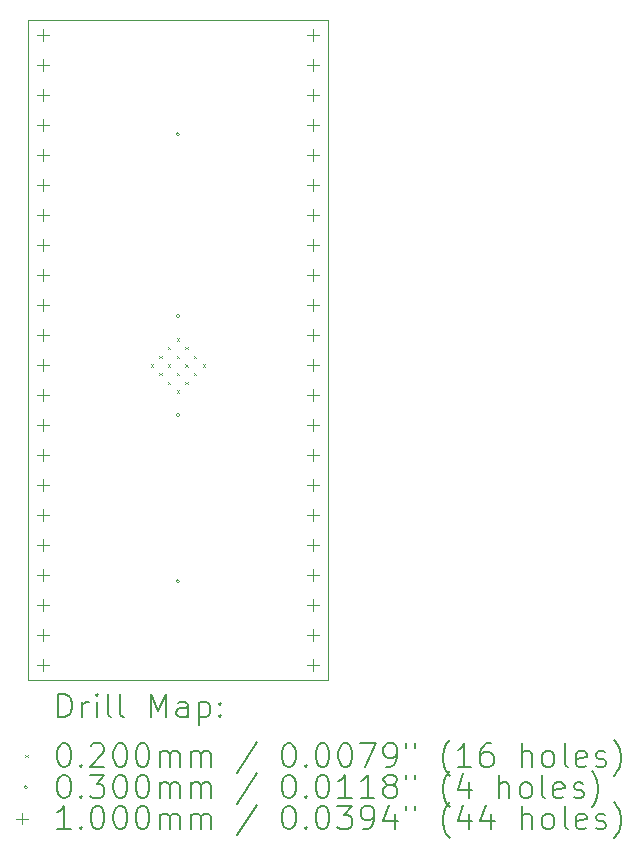
<source format=gbr>
%TF.GenerationSoftware,KiCad,Pcbnew,9.0.6*%
%TF.CreationDate,2026-01-08T21:28:13-06:00*%
%TF.ProjectId,QFN-40_5x5_P0.4,51464e2d-3430-45f3-9578-355f50302e34,rev?*%
%TF.SameCoordinates,Original*%
%TF.FileFunction,Drillmap*%
%TF.FilePolarity,Positive*%
%FSLAX45Y45*%
G04 Gerber Fmt 4.5, Leading zero omitted, Abs format (unit mm)*
G04 Created by KiCad (PCBNEW 9.0.6) date 2026-01-08 21:28:13*
%MOMM*%
%LPD*%
G01*
G04 APERTURE LIST*
%ADD10C,0.050000*%
%ADD11C,0.200000*%
%ADD12C,0.100000*%
G04 APERTURE END LIST*
D10*
X12344400Y-8154443D02*
X14884400Y-8154443D01*
X14884400Y-13742443D01*
X12344400Y-13742443D01*
X12344400Y-8154443D01*
D11*
D12*
X13385197Y-11067701D02*
X13405197Y-11087701D01*
X13405197Y-11067701D02*
X13385197Y-11087701D01*
X13458265Y-10994633D02*
X13478265Y-11014633D01*
X13478265Y-10994633D02*
X13458265Y-11014633D01*
X13458265Y-11140768D02*
X13478265Y-11160768D01*
X13478265Y-11140768D02*
X13458265Y-11160768D01*
X13531332Y-10921565D02*
X13551332Y-10941565D01*
X13551332Y-10921565D02*
X13531332Y-10941565D01*
X13531332Y-11067701D02*
X13551332Y-11087701D01*
X13551332Y-11067701D02*
X13531332Y-11087701D01*
X13531332Y-11213836D02*
X13551332Y-11233836D01*
X13551332Y-11213836D02*
X13531332Y-11233836D01*
X13604400Y-10848497D02*
X13624400Y-10868497D01*
X13624400Y-10848497D02*
X13604400Y-10868497D01*
X13604400Y-10994633D02*
X13624400Y-11014633D01*
X13624400Y-10994633D02*
X13604400Y-11014633D01*
X13604400Y-11140768D02*
X13624400Y-11160768D01*
X13624400Y-11140768D02*
X13604400Y-11160768D01*
X13604400Y-11286904D02*
X13624400Y-11306904D01*
X13624400Y-11286904D02*
X13604400Y-11306904D01*
X13677468Y-10921565D02*
X13697468Y-10941565D01*
X13697468Y-10921565D02*
X13677468Y-10941565D01*
X13677468Y-11067701D02*
X13697468Y-11087701D01*
X13697468Y-11067701D02*
X13677468Y-11087701D01*
X13677468Y-11213836D02*
X13697468Y-11233836D01*
X13697468Y-11213836D02*
X13677468Y-11233836D01*
X13750535Y-10994633D02*
X13770535Y-11014633D01*
X13770535Y-10994633D02*
X13750535Y-11014633D01*
X13750535Y-11140768D02*
X13770535Y-11160768D01*
X13770535Y-11140768D02*
X13750535Y-11160768D01*
X13823603Y-11067701D02*
X13843603Y-11087701D01*
X13843603Y-11067701D02*
X13823603Y-11087701D01*
X13629400Y-9118600D02*
G75*
G02*
X13599400Y-9118600I-15000J0D01*
G01*
X13599400Y-9118600D02*
G75*
G02*
X13629400Y-9118600I15000J0D01*
G01*
X13629400Y-10658601D02*
G75*
G02*
X13599400Y-10658601I-15000J0D01*
G01*
X13599400Y-10658601D02*
G75*
G02*
X13629400Y-10658601I15000J0D01*
G01*
X13629400Y-11496800D02*
G75*
G02*
X13599400Y-11496800I-15000J0D01*
G01*
X13599400Y-11496800D02*
G75*
G02*
X13629400Y-11496800I15000J0D01*
G01*
X13629400Y-12903200D02*
G75*
G02*
X13599400Y-12903200I-15000J0D01*
G01*
X13599400Y-12903200D02*
G75*
G02*
X13629400Y-12903200I15000J0D01*
G01*
X12471400Y-8230400D02*
X12471400Y-8330400D01*
X12421400Y-8280400D02*
X12521400Y-8280400D01*
X12471400Y-8484400D02*
X12471400Y-8584400D01*
X12421400Y-8534400D02*
X12521400Y-8534400D01*
X12471400Y-8738400D02*
X12471400Y-8838400D01*
X12421400Y-8788400D02*
X12521400Y-8788400D01*
X12471400Y-8992400D02*
X12471400Y-9092400D01*
X12421400Y-9042400D02*
X12521400Y-9042400D01*
X12471400Y-9246400D02*
X12471400Y-9346400D01*
X12421400Y-9296400D02*
X12521400Y-9296400D01*
X12471400Y-9500400D02*
X12471400Y-9600400D01*
X12421400Y-9550400D02*
X12521400Y-9550400D01*
X12471400Y-9754400D02*
X12471400Y-9854400D01*
X12421400Y-9804400D02*
X12521400Y-9804400D01*
X12471400Y-10008400D02*
X12471400Y-10108400D01*
X12421400Y-10058400D02*
X12521400Y-10058400D01*
X12471400Y-10262400D02*
X12471400Y-10362400D01*
X12421400Y-10312400D02*
X12521400Y-10312400D01*
X12471400Y-10516400D02*
X12471400Y-10616400D01*
X12421400Y-10566400D02*
X12521400Y-10566400D01*
X12471400Y-10770400D02*
X12471400Y-10870400D01*
X12421400Y-10820400D02*
X12521400Y-10820400D01*
X12471400Y-11024400D02*
X12471400Y-11124400D01*
X12421400Y-11074400D02*
X12521400Y-11074400D01*
X12471400Y-11278400D02*
X12471400Y-11378400D01*
X12421400Y-11328400D02*
X12521400Y-11328400D01*
X12471400Y-11532400D02*
X12471400Y-11632400D01*
X12421400Y-11582400D02*
X12521400Y-11582400D01*
X12471400Y-11786400D02*
X12471400Y-11886400D01*
X12421400Y-11836400D02*
X12521400Y-11836400D01*
X12471400Y-12040400D02*
X12471400Y-12140400D01*
X12421400Y-12090400D02*
X12521400Y-12090400D01*
X12471400Y-12294400D02*
X12471400Y-12394400D01*
X12421400Y-12344400D02*
X12521400Y-12344400D01*
X12471400Y-12548400D02*
X12471400Y-12648400D01*
X12421400Y-12598400D02*
X12521400Y-12598400D01*
X12471400Y-12802400D02*
X12471400Y-12902400D01*
X12421400Y-12852400D02*
X12521400Y-12852400D01*
X12471400Y-13056400D02*
X12471400Y-13156400D01*
X12421400Y-13106400D02*
X12521400Y-13106400D01*
X12471400Y-13310400D02*
X12471400Y-13410400D01*
X12421400Y-13360400D02*
X12521400Y-13360400D01*
X12471400Y-13564400D02*
X12471400Y-13664400D01*
X12421400Y-13614400D02*
X12521400Y-13614400D01*
X14757400Y-8230400D02*
X14757400Y-8330400D01*
X14707400Y-8280400D02*
X14807400Y-8280400D01*
X14757400Y-8484400D02*
X14757400Y-8584400D01*
X14707400Y-8534400D02*
X14807400Y-8534400D01*
X14757400Y-8738400D02*
X14757400Y-8838400D01*
X14707400Y-8788400D02*
X14807400Y-8788400D01*
X14757400Y-8992400D02*
X14757400Y-9092400D01*
X14707400Y-9042400D02*
X14807400Y-9042400D01*
X14757400Y-9246400D02*
X14757400Y-9346400D01*
X14707400Y-9296400D02*
X14807400Y-9296400D01*
X14757400Y-9500400D02*
X14757400Y-9600400D01*
X14707400Y-9550400D02*
X14807400Y-9550400D01*
X14757400Y-9754400D02*
X14757400Y-9854400D01*
X14707400Y-9804400D02*
X14807400Y-9804400D01*
X14757400Y-10008400D02*
X14757400Y-10108400D01*
X14707400Y-10058400D02*
X14807400Y-10058400D01*
X14757400Y-10262400D02*
X14757400Y-10362400D01*
X14707400Y-10312400D02*
X14807400Y-10312400D01*
X14757400Y-10516400D02*
X14757400Y-10616400D01*
X14707400Y-10566400D02*
X14807400Y-10566400D01*
X14757400Y-10770400D02*
X14757400Y-10870400D01*
X14707400Y-10820400D02*
X14807400Y-10820400D01*
X14757400Y-11024400D02*
X14757400Y-11124400D01*
X14707400Y-11074400D02*
X14807400Y-11074400D01*
X14757400Y-11278400D02*
X14757400Y-11378400D01*
X14707400Y-11328400D02*
X14807400Y-11328400D01*
X14757400Y-11532400D02*
X14757400Y-11632400D01*
X14707400Y-11582400D02*
X14807400Y-11582400D01*
X14757400Y-11786400D02*
X14757400Y-11886400D01*
X14707400Y-11836400D02*
X14807400Y-11836400D01*
X14757400Y-12040400D02*
X14757400Y-12140400D01*
X14707400Y-12090400D02*
X14807400Y-12090400D01*
X14757400Y-12294400D02*
X14757400Y-12394400D01*
X14707400Y-12344400D02*
X14807400Y-12344400D01*
X14757400Y-12548400D02*
X14757400Y-12648400D01*
X14707400Y-12598400D02*
X14807400Y-12598400D01*
X14757400Y-12802400D02*
X14757400Y-12902400D01*
X14707400Y-12852400D02*
X14807400Y-12852400D01*
X14757400Y-13056400D02*
X14757400Y-13156400D01*
X14707400Y-13106400D02*
X14807400Y-13106400D01*
X14757400Y-13310400D02*
X14757400Y-13410400D01*
X14707400Y-13360400D02*
X14807400Y-13360400D01*
X14757400Y-13564400D02*
X14757400Y-13664400D01*
X14707400Y-13614400D02*
X14807400Y-13614400D01*
D11*
X12602677Y-14056427D02*
X12602677Y-13856427D01*
X12602677Y-13856427D02*
X12650296Y-13856427D01*
X12650296Y-13856427D02*
X12678867Y-13865950D01*
X12678867Y-13865950D02*
X12697915Y-13884998D01*
X12697915Y-13884998D02*
X12707439Y-13904046D01*
X12707439Y-13904046D02*
X12716962Y-13942141D01*
X12716962Y-13942141D02*
X12716962Y-13970712D01*
X12716962Y-13970712D02*
X12707439Y-14008808D01*
X12707439Y-14008808D02*
X12697915Y-14027855D01*
X12697915Y-14027855D02*
X12678867Y-14046903D01*
X12678867Y-14046903D02*
X12650296Y-14056427D01*
X12650296Y-14056427D02*
X12602677Y-14056427D01*
X12802677Y-14056427D02*
X12802677Y-13923093D01*
X12802677Y-13961189D02*
X12812201Y-13942141D01*
X12812201Y-13942141D02*
X12821724Y-13932617D01*
X12821724Y-13932617D02*
X12840772Y-13923093D01*
X12840772Y-13923093D02*
X12859820Y-13923093D01*
X12926486Y-14056427D02*
X12926486Y-13923093D01*
X12926486Y-13856427D02*
X12916962Y-13865950D01*
X12916962Y-13865950D02*
X12926486Y-13875474D01*
X12926486Y-13875474D02*
X12936010Y-13865950D01*
X12936010Y-13865950D02*
X12926486Y-13856427D01*
X12926486Y-13856427D02*
X12926486Y-13875474D01*
X13050296Y-14056427D02*
X13031248Y-14046903D01*
X13031248Y-14046903D02*
X13021724Y-14027855D01*
X13021724Y-14027855D02*
X13021724Y-13856427D01*
X13155058Y-14056427D02*
X13136010Y-14046903D01*
X13136010Y-14046903D02*
X13126486Y-14027855D01*
X13126486Y-14027855D02*
X13126486Y-13856427D01*
X13383629Y-14056427D02*
X13383629Y-13856427D01*
X13383629Y-13856427D02*
X13450296Y-13999284D01*
X13450296Y-13999284D02*
X13516962Y-13856427D01*
X13516962Y-13856427D02*
X13516962Y-14056427D01*
X13697915Y-14056427D02*
X13697915Y-13951665D01*
X13697915Y-13951665D02*
X13688391Y-13932617D01*
X13688391Y-13932617D02*
X13669343Y-13923093D01*
X13669343Y-13923093D02*
X13631248Y-13923093D01*
X13631248Y-13923093D02*
X13612201Y-13932617D01*
X13697915Y-14046903D02*
X13678867Y-14056427D01*
X13678867Y-14056427D02*
X13631248Y-14056427D01*
X13631248Y-14056427D02*
X13612201Y-14046903D01*
X13612201Y-14046903D02*
X13602677Y-14027855D01*
X13602677Y-14027855D02*
X13602677Y-14008808D01*
X13602677Y-14008808D02*
X13612201Y-13989760D01*
X13612201Y-13989760D02*
X13631248Y-13980236D01*
X13631248Y-13980236D02*
X13678867Y-13980236D01*
X13678867Y-13980236D02*
X13697915Y-13970712D01*
X13793153Y-13923093D02*
X13793153Y-14123093D01*
X13793153Y-13932617D02*
X13812201Y-13923093D01*
X13812201Y-13923093D02*
X13850296Y-13923093D01*
X13850296Y-13923093D02*
X13869343Y-13932617D01*
X13869343Y-13932617D02*
X13878867Y-13942141D01*
X13878867Y-13942141D02*
X13888391Y-13961189D01*
X13888391Y-13961189D02*
X13888391Y-14018331D01*
X13888391Y-14018331D02*
X13878867Y-14037379D01*
X13878867Y-14037379D02*
X13869343Y-14046903D01*
X13869343Y-14046903D02*
X13850296Y-14056427D01*
X13850296Y-14056427D02*
X13812201Y-14056427D01*
X13812201Y-14056427D02*
X13793153Y-14046903D01*
X13974105Y-14037379D02*
X13983629Y-14046903D01*
X13983629Y-14046903D02*
X13974105Y-14056427D01*
X13974105Y-14056427D02*
X13964582Y-14046903D01*
X13964582Y-14046903D02*
X13974105Y-14037379D01*
X13974105Y-14037379D02*
X13974105Y-14056427D01*
X13974105Y-13932617D02*
X13983629Y-13942141D01*
X13983629Y-13942141D02*
X13974105Y-13951665D01*
X13974105Y-13951665D02*
X13964582Y-13942141D01*
X13964582Y-13942141D02*
X13974105Y-13932617D01*
X13974105Y-13932617D02*
X13974105Y-13951665D01*
D12*
X12321900Y-14374943D02*
X12341900Y-14394943D01*
X12341900Y-14374943D02*
X12321900Y-14394943D01*
D11*
X12640772Y-14276427D02*
X12659820Y-14276427D01*
X12659820Y-14276427D02*
X12678867Y-14285950D01*
X12678867Y-14285950D02*
X12688391Y-14295474D01*
X12688391Y-14295474D02*
X12697915Y-14314522D01*
X12697915Y-14314522D02*
X12707439Y-14352617D01*
X12707439Y-14352617D02*
X12707439Y-14400236D01*
X12707439Y-14400236D02*
X12697915Y-14438331D01*
X12697915Y-14438331D02*
X12688391Y-14457379D01*
X12688391Y-14457379D02*
X12678867Y-14466903D01*
X12678867Y-14466903D02*
X12659820Y-14476427D01*
X12659820Y-14476427D02*
X12640772Y-14476427D01*
X12640772Y-14476427D02*
X12621724Y-14466903D01*
X12621724Y-14466903D02*
X12612201Y-14457379D01*
X12612201Y-14457379D02*
X12602677Y-14438331D01*
X12602677Y-14438331D02*
X12593153Y-14400236D01*
X12593153Y-14400236D02*
X12593153Y-14352617D01*
X12593153Y-14352617D02*
X12602677Y-14314522D01*
X12602677Y-14314522D02*
X12612201Y-14295474D01*
X12612201Y-14295474D02*
X12621724Y-14285950D01*
X12621724Y-14285950D02*
X12640772Y-14276427D01*
X12793153Y-14457379D02*
X12802677Y-14466903D01*
X12802677Y-14466903D02*
X12793153Y-14476427D01*
X12793153Y-14476427D02*
X12783629Y-14466903D01*
X12783629Y-14466903D02*
X12793153Y-14457379D01*
X12793153Y-14457379D02*
X12793153Y-14476427D01*
X12878867Y-14295474D02*
X12888391Y-14285950D01*
X12888391Y-14285950D02*
X12907439Y-14276427D01*
X12907439Y-14276427D02*
X12955058Y-14276427D01*
X12955058Y-14276427D02*
X12974105Y-14285950D01*
X12974105Y-14285950D02*
X12983629Y-14295474D01*
X12983629Y-14295474D02*
X12993153Y-14314522D01*
X12993153Y-14314522D02*
X12993153Y-14333569D01*
X12993153Y-14333569D02*
X12983629Y-14362141D01*
X12983629Y-14362141D02*
X12869343Y-14476427D01*
X12869343Y-14476427D02*
X12993153Y-14476427D01*
X13116962Y-14276427D02*
X13136010Y-14276427D01*
X13136010Y-14276427D02*
X13155058Y-14285950D01*
X13155058Y-14285950D02*
X13164582Y-14295474D01*
X13164582Y-14295474D02*
X13174105Y-14314522D01*
X13174105Y-14314522D02*
X13183629Y-14352617D01*
X13183629Y-14352617D02*
X13183629Y-14400236D01*
X13183629Y-14400236D02*
X13174105Y-14438331D01*
X13174105Y-14438331D02*
X13164582Y-14457379D01*
X13164582Y-14457379D02*
X13155058Y-14466903D01*
X13155058Y-14466903D02*
X13136010Y-14476427D01*
X13136010Y-14476427D02*
X13116962Y-14476427D01*
X13116962Y-14476427D02*
X13097915Y-14466903D01*
X13097915Y-14466903D02*
X13088391Y-14457379D01*
X13088391Y-14457379D02*
X13078867Y-14438331D01*
X13078867Y-14438331D02*
X13069343Y-14400236D01*
X13069343Y-14400236D02*
X13069343Y-14352617D01*
X13069343Y-14352617D02*
X13078867Y-14314522D01*
X13078867Y-14314522D02*
X13088391Y-14295474D01*
X13088391Y-14295474D02*
X13097915Y-14285950D01*
X13097915Y-14285950D02*
X13116962Y-14276427D01*
X13307439Y-14276427D02*
X13326486Y-14276427D01*
X13326486Y-14276427D02*
X13345534Y-14285950D01*
X13345534Y-14285950D02*
X13355058Y-14295474D01*
X13355058Y-14295474D02*
X13364582Y-14314522D01*
X13364582Y-14314522D02*
X13374105Y-14352617D01*
X13374105Y-14352617D02*
X13374105Y-14400236D01*
X13374105Y-14400236D02*
X13364582Y-14438331D01*
X13364582Y-14438331D02*
X13355058Y-14457379D01*
X13355058Y-14457379D02*
X13345534Y-14466903D01*
X13345534Y-14466903D02*
X13326486Y-14476427D01*
X13326486Y-14476427D02*
X13307439Y-14476427D01*
X13307439Y-14476427D02*
X13288391Y-14466903D01*
X13288391Y-14466903D02*
X13278867Y-14457379D01*
X13278867Y-14457379D02*
X13269343Y-14438331D01*
X13269343Y-14438331D02*
X13259820Y-14400236D01*
X13259820Y-14400236D02*
X13259820Y-14352617D01*
X13259820Y-14352617D02*
X13269343Y-14314522D01*
X13269343Y-14314522D02*
X13278867Y-14295474D01*
X13278867Y-14295474D02*
X13288391Y-14285950D01*
X13288391Y-14285950D02*
X13307439Y-14276427D01*
X13459820Y-14476427D02*
X13459820Y-14343093D01*
X13459820Y-14362141D02*
X13469343Y-14352617D01*
X13469343Y-14352617D02*
X13488391Y-14343093D01*
X13488391Y-14343093D02*
X13516963Y-14343093D01*
X13516963Y-14343093D02*
X13536010Y-14352617D01*
X13536010Y-14352617D02*
X13545534Y-14371665D01*
X13545534Y-14371665D02*
X13545534Y-14476427D01*
X13545534Y-14371665D02*
X13555058Y-14352617D01*
X13555058Y-14352617D02*
X13574105Y-14343093D01*
X13574105Y-14343093D02*
X13602677Y-14343093D01*
X13602677Y-14343093D02*
X13621724Y-14352617D01*
X13621724Y-14352617D02*
X13631248Y-14371665D01*
X13631248Y-14371665D02*
X13631248Y-14476427D01*
X13726486Y-14476427D02*
X13726486Y-14343093D01*
X13726486Y-14362141D02*
X13736010Y-14352617D01*
X13736010Y-14352617D02*
X13755058Y-14343093D01*
X13755058Y-14343093D02*
X13783629Y-14343093D01*
X13783629Y-14343093D02*
X13802677Y-14352617D01*
X13802677Y-14352617D02*
X13812201Y-14371665D01*
X13812201Y-14371665D02*
X13812201Y-14476427D01*
X13812201Y-14371665D02*
X13821724Y-14352617D01*
X13821724Y-14352617D02*
X13840772Y-14343093D01*
X13840772Y-14343093D02*
X13869343Y-14343093D01*
X13869343Y-14343093D02*
X13888391Y-14352617D01*
X13888391Y-14352617D02*
X13897915Y-14371665D01*
X13897915Y-14371665D02*
X13897915Y-14476427D01*
X14288391Y-14266903D02*
X14116963Y-14524046D01*
X14545534Y-14276427D02*
X14564582Y-14276427D01*
X14564582Y-14276427D02*
X14583629Y-14285950D01*
X14583629Y-14285950D02*
X14593153Y-14295474D01*
X14593153Y-14295474D02*
X14602677Y-14314522D01*
X14602677Y-14314522D02*
X14612201Y-14352617D01*
X14612201Y-14352617D02*
X14612201Y-14400236D01*
X14612201Y-14400236D02*
X14602677Y-14438331D01*
X14602677Y-14438331D02*
X14593153Y-14457379D01*
X14593153Y-14457379D02*
X14583629Y-14466903D01*
X14583629Y-14466903D02*
X14564582Y-14476427D01*
X14564582Y-14476427D02*
X14545534Y-14476427D01*
X14545534Y-14476427D02*
X14526486Y-14466903D01*
X14526486Y-14466903D02*
X14516963Y-14457379D01*
X14516963Y-14457379D02*
X14507439Y-14438331D01*
X14507439Y-14438331D02*
X14497915Y-14400236D01*
X14497915Y-14400236D02*
X14497915Y-14352617D01*
X14497915Y-14352617D02*
X14507439Y-14314522D01*
X14507439Y-14314522D02*
X14516963Y-14295474D01*
X14516963Y-14295474D02*
X14526486Y-14285950D01*
X14526486Y-14285950D02*
X14545534Y-14276427D01*
X14697915Y-14457379D02*
X14707439Y-14466903D01*
X14707439Y-14466903D02*
X14697915Y-14476427D01*
X14697915Y-14476427D02*
X14688391Y-14466903D01*
X14688391Y-14466903D02*
X14697915Y-14457379D01*
X14697915Y-14457379D02*
X14697915Y-14476427D01*
X14831248Y-14276427D02*
X14850296Y-14276427D01*
X14850296Y-14276427D02*
X14869344Y-14285950D01*
X14869344Y-14285950D02*
X14878867Y-14295474D01*
X14878867Y-14295474D02*
X14888391Y-14314522D01*
X14888391Y-14314522D02*
X14897915Y-14352617D01*
X14897915Y-14352617D02*
X14897915Y-14400236D01*
X14897915Y-14400236D02*
X14888391Y-14438331D01*
X14888391Y-14438331D02*
X14878867Y-14457379D01*
X14878867Y-14457379D02*
X14869344Y-14466903D01*
X14869344Y-14466903D02*
X14850296Y-14476427D01*
X14850296Y-14476427D02*
X14831248Y-14476427D01*
X14831248Y-14476427D02*
X14812201Y-14466903D01*
X14812201Y-14466903D02*
X14802677Y-14457379D01*
X14802677Y-14457379D02*
X14793153Y-14438331D01*
X14793153Y-14438331D02*
X14783629Y-14400236D01*
X14783629Y-14400236D02*
X14783629Y-14352617D01*
X14783629Y-14352617D02*
X14793153Y-14314522D01*
X14793153Y-14314522D02*
X14802677Y-14295474D01*
X14802677Y-14295474D02*
X14812201Y-14285950D01*
X14812201Y-14285950D02*
X14831248Y-14276427D01*
X15021725Y-14276427D02*
X15040772Y-14276427D01*
X15040772Y-14276427D02*
X15059820Y-14285950D01*
X15059820Y-14285950D02*
X15069344Y-14295474D01*
X15069344Y-14295474D02*
X15078867Y-14314522D01*
X15078867Y-14314522D02*
X15088391Y-14352617D01*
X15088391Y-14352617D02*
X15088391Y-14400236D01*
X15088391Y-14400236D02*
X15078867Y-14438331D01*
X15078867Y-14438331D02*
X15069344Y-14457379D01*
X15069344Y-14457379D02*
X15059820Y-14466903D01*
X15059820Y-14466903D02*
X15040772Y-14476427D01*
X15040772Y-14476427D02*
X15021725Y-14476427D01*
X15021725Y-14476427D02*
X15002677Y-14466903D01*
X15002677Y-14466903D02*
X14993153Y-14457379D01*
X14993153Y-14457379D02*
X14983629Y-14438331D01*
X14983629Y-14438331D02*
X14974106Y-14400236D01*
X14974106Y-14400236D02*
X14974106Y-14352617D01*
X14974106Y-14352617D02*
X14983629Y-14314522D01*
X14983629Y-14314522D02*
X14993153Y-14295474D01*
X14993153Y-14295474D02*
X15002677Y-14285950D01*
X15002677Y-14285950D02*
X15021725Y-14276427D01*
X15155058Y-14276427D02*
X15288391Y-14276427D01*
X15288391Y-14276427D02*
X15202677Y-14476427D01*
X15374106Y-14476427D02*
X15412201Y-14476427D01*
X15412201Y-14476427D02*
X15431248Y-14466903D01*
X15431248Y-14466903D02*
X15440772Y-14457379D01*
X15440772Y-14457379D02*
X15459820Y-14428808D01*
X15459820Y-14428808D02*
X15469344Y-14390712D01*
X15469344Y-14390712D02*
X15469344Y-14314522D01*
X15469344Y-14314522D02*
X15459820Y-14295474D01*
X15459820Y-14295474D02*
X15450296Y-14285950D01*
X15450296Y-14285950D02*
X15431248Y-14276427D01*
X15431248Y-14276427D02*
X15393153Y-14276427D01*
X15393153Y-14276427D02*
X15374106Y-14285950D01*
X15374106Y-14285950D02*
X15364582Y-14295474D01*
X15364582Y-14295474D02*
X15355058Y-14314522D01*
X15355058Y-14314522D02*
X15355058Y-14362141D01*
X15355058Y-14362141D02*
X15364582Y-14381189D01*
X15364582Y-14381189D02*
X15374106Y-14390712D01*
X15374106Y-14390712D02*
X15393153Y-14400236D01*
X15393153Y-14400236D02*
X15431248Y-14400236D01*
X15431248Y-14400236D02*
X15450296Y-14390712D01*
X15450296Y-14390712D02*
X15459820Y-14381189D01*
X15459820Y-14381189D02*
X15469344Y-14362141D01*
X15545534Y-14276427D02*
X15545534Y-14314522D01*
X15621725Y-14276427D02*
X15621725Y-14314522D01*
X15916963Y-14552617D02*
X15907439Y-14543093D01*
X15907439Y-14543093D02*
X15888391Y-14514522D01*
X15888391Y-14514522D02*
X15878868Y-14495474D01*
X15878868Y-14495474D02*
X15869344Y-14466903D01*
X15869344Y-14466903D02*
X15859820Y-14419284D01*
X15859820Y-14419284D02*
X15859820Y-14381189D01*
X15859820Y-14381189D02*
X15869344Y-14333569D01*
X15869344Y-14333569D02*
X15878868Y-14304998D01*
X15878868Y-14304998D02*
X15888391Y-14285950D01*
X15888391Y-14285950D02*
X15907439Y-14257379D01*
X15907439Y-14257379D02*
X15916963Y-14247855D01*
X16097915Y-14476427D02*
X15983629Y-14476427D01*
X16040772Y-14476427D02*
X16040772Y-14276427D01*
X16040772Y-14276427D02*
X16021725Y-14304998D01*
X16021725Y-14304998D02*
X16002677Y-14324046D01*
X16002677Y-14324046D02*
X15983629Y-14333569D01*
X16269344Y-14276427D02*
X16231248Y-14276427D01*
X16231248Y-14276427D02*
X16212201Y-14285950D01*
X16212201Y-14285950D02*
X16202677Y-14295474D01*
X16202677Y-14295474D02*
X16183629Y-14324046D01*
X16183629Y-14324046D02*
X16174106Y-14362141D01*
X16174106Y-14362141D02*
X16174106Y-14438331D01*
X16174106Y-14438331D02*
X16183629Y-14457379D01*
X16183629Y-14457379D02*
X16193153Y-14466903D01*
X16193153Y-14466903D02*
X16212201Y-14476427D01*
X16212201Y-14476427D02*
X16250296Y-14476427D01*
X16250296Y-14476427D02*
X16269344Y-14466903D01*
X16269344Y-14466903D02*
X16278868Y-14457379D01*
X16278868Y-14457379D02*
X16288391Y-14438331D01*
X16288391Y-14438331D02*
X16288391Y-14390712D01*
X16288391Y-14390712D02*
X16278868Y-14371665D01*
X16278868Y-14371665D02*
X16269344Y-14362141D01*
X16269344Y-14362141D02*
X16250296Y-14352617D01*
X16250296Y-14352617D02*
X16212201Y-14352617D01*
X16212201Y-14352617D02*
X16193153Y-14362141D01*
X16193153Y-14362141D02*
X16183629Y-14371665D01*
X16183629Y-14371665D02*
X16174106Y-14390712D01*
X16526487Y-14476427D02*
X16526487Y-14276427D01*
X16612201Y-14476427D02*
X16612201Y-14371665D01*
X16612201Y-14371665D02*
X16602677Y-14352617D01*
X16602677Y-14352617D02*
X16583630Y-14343093D01*
X16583630Y-14343093D02*
X16555058Y-14343093D01*
X16555058Y-14343093D02*
X16536010Y-14352617D01*
X16536010Y-14352617D02*
X16526487Y-14362141D01*
X16736010Y-14476427D02*
X16716963Y-14466903D01*
X16716963Y-14466903D02*
X16707439Y-14457379D01*
X16707439Y-14457379D02*
X16697915Y-14438331D01*
X16697915Y-14438331D02*
X16697915Y-14381189D01*
X16697915Y-14381189D02*
X16707439Y-14362141D01*
X16707439Y-14362141D02*
X16716963Y-14352617D01*
X16716963Y-14352617D02*
X16736010Y-14343093D01*
X16736010Y-14343093D02*
X16764582Y-14343093D01*
X16764582Y-14343093D02*
X16783630Y-14352617D01*
X16783630Y-14352617D02*
X16793153Y-14362141D01*
X16793153Y-14362141D02*
X16802677Y-14381189D01*
X16802677Y-14381189D02*
X16802677Y-14438331D01*
X16802677Y-14438331D02*
X16793153Y-14457379D01*
X16793153Y-14457379D02*
X16783630Y-14466903D01*
X16783630Y-14466903D02*
X16764582Y-14476427D01*
X16764582Y-14476427D02*
X16736010Y-14476427D01*
X16916963Y-14476427D02*
X16897915Y-14466903D01*
X16897915Y-14466903D02*
X16888392Y-14447855D01*
X16888392Y-14447855D02*
X16888392Y-14276427D01*
X17069344Y-14466903D02*
X17050296Y-14476427D01*
X17050296Y-14476427D02*
X17012201Y-14476427D01*
X17012201Y-14476427D02*
X16993153Y-14466903D01*
X16993153Y-14466903D02*
X16983630Y-14447855D01*
X16983630Y-14447855D02*
X16983630Y-14371665D01*
X16983630Y-14371665D02*
X16993153Y-14352617D01*
X16993153Y-14352617D02*
X17012201Y-14343093D01*
X17012201Y-14343093D02*
X17050296Y-14343093D01*
X17050296Y-14343093D02*
X17069344Y-14352617D01*
X17069344Y-14352617D02*
X17078868Y-14371665D01*
X17078868Y-14371665D02*
X17078868Y-14390712D01*
X17078868Y-14390712D02*
X16983630Y-14409760D01*
X17155058Y-14466903D02*
X17174106Y-14476427D01*
X17174106Y-14476427D02*
X17212201Y-14476427D01*
X17212201Y-14476427D02*
X17231249Y-14466903D01*
X17231249Y-14466903D02*
X17240773Y-14447855D01*
X17240773Y-14447855D02*
X17240773Y-14438331D01*
X17240773Y-14438331D02*
X17231249Y-14419284D01*
X17231249Y-14419284D02*
X17212201Y-14409760D01*
X17212201Y-14409760D02*
X17183630Y-14409760D01*
X17183630Y-14409760D02*
X17164582Y-14400236D01*
X17164582Y-14400236D02*
X17155058Y-14381189D01*
X17155058Y-14381189D02*
X17155058Y-14371665D01*
X17155058Y-14371665D02*
X17164582Y-14352617D01*
X17164582Y-14352617D02*
X17183630Y-14343093D01*
X17183630Y-14343093D02*
X17212201Y-14343093D01*
X17212201Y-14343093D02*
X17231249Y-14352617D01*
X17307439Y-14552617D02*
X17316963Y-14543093D01*
X17316963Y-14543093D02*
X17336011Y-14514522D01*
X17336011Y-14514522D02*
X17345534Y-14495474D01*
X17345534Y-14495474D02*
X17355058Y-14466903D01*
X17355058Y-14466903D02*
X17364582Y-14419284D01*
X17364582Y-14419284D02*
X17364582Y-14381189D01*
X17364582Y-14381189D02*
X17355058Y-14333569D01*
X17355058Y-14333569D02*
X17345534Y-14304998D01*
X17345534Y-14304998D02*
X17336011Y-14285950D01*
X17336011Y-14285950D02*
X17316963Y-14257379D01*
X17316963Y-14257379D02*
X17307439Y-14247855D01*
D12*
X12341900Y-14648943D02*
G75*
G02*
X12311900Y-14648943I-15000J0D01*
G01*
X12311900Y-14648943D02*
G75*
G02*
X12341900Y-14648943I15000J0D01*
G01*
D11*
X12640772Y-14540427D02*
X12659820Y-14540427D01*
X12659820Y-14540427D02*
X12678867Y-14549950D01*
X12678867Y-14549950D02*
X12688391Y-14559474D01*
X12688391Y-14559474D02*
X12697915Y-14578522D01*
X12697915Y-14578522D02*
X12707439Y-14616617D01*
X12707439Y-14616617D02*
X12707439Y-14664236D01*
X12707439Y-14664236D02*
X12697915Y-14702331D01*
X12697915Y-14702331D02*
X12688391Y-14721379D01*
X12688391Y-14721379D02*
X12678867Y-14730903D01*
X12678867Y-14730903D02*
X12659820Y-14740427D01*
X12659820Y-14740427D02*
X12640772Y-14740427D01*
X12640772Y-14740427D02*
X12621724Y-14730903D01*
X12621724Y-14730903D02*
X12612201Y-14721379D01*
X12612201Y-14721379D02*
X12602677Y-14702331D01*
X12602677Y-14702331D02*
X12593153Y-14664236D01*
X12593153Y-14664236D02*
X12593153Y-14616617D01*
X12593153Y-14616617D02*
X12602677Y-14578522D01*
X12602677Y-14578522D02*
X12612201Y-14559474D01*
X12612201Y-14559474D02*
X12621724Y-14549950D01*
X12621724Y-14549950D02*
X12640772Y-14540427D01*
X12793153Y-14721379D02*
X12802677Y-14730903D01*
X12802677Y-14730903D02*
X12793153Y-14740427D01*
X12793153Y-14740427D02*
X12783629Y-14730903D01*
X12783629Y-14730903D02*
X12793153Y-14721379D01*
X12793153Y-14721379D02*
X12793153Y-14740427D01*
X12869343Y-14540427D02*
X12993153Y-14540427D01*
X12993153Y-14540427D02*
X12926486Y-14616617D01*
X12926486Y-14616617D02*
X12955058Y-14616617D01*
X12955058Y-14616617D02*
X12974105Y-14626141D01*
X12974105Y-14626141D02*
X12983629Y-14635665D01*
X12983629Y-14635665D02*
X12993153Y-14654712D01*
X12993153Y-14654712D02*
X12993153Y-14702331D01*
X12993153Y-14702331D02*
X12983629Y-14721379D01*
X12983629Y-14721379D02*
X12974105Y-14730903D01*
X12974105Y-14730903D02*
X12955058Y-14740427D01*
X12955058Y-14740427D02*
X12897915Y-14740427D01*
X12897915Y-14740427D02*
X12878867Y-14730903D01*
X12878867Y-14730903D02*
X12869343Y-14721379D01*
X13116962Y-14540427D02*
X13136010Y-14540427D01*
X13136010Y-14540427D02*
X13155058Y-14549950D01*
X13155058Y-14549950D02*
X13164582Y-14559474D01*
X13164582Y-14559474D02*
X13174105Y-14578522D01*
X13174105Y-14578522D02*
X13183629Y-14616617D01*
X13183629Y-14616617D02*
X13183629Y-14664236D01*
X13183629Y-14664236D02*
X13174105Y-14702331D01*
X13174105Y-14702331D02*
X13164582Y-14721379D01*
X13164582Y-14721379D02*
X13155058Y-14730903D01*
X13155058Y-14730903D02*
X13136010Y-14740427D01*
X13136010Y-14740427D02*
X13116962Y-14740427D01*
X13116962Y-14740427D02*
X13097915Y-14730903D01*
X13097915Y-14730903D02*
X13088391Y-14721379D01*
X13088391Y-14721379D02*
X13078867Y-14702331D01*
X13078867Y-14702331D02*
X13069343Y-14664236D01*
X13069343Y-14664236D02*
X13069343Y-14616617D01*
X13069343Y-14616617D02*
X13078867Y-14578522D01*
X13078867Y-14578522D02*
X13088391Y-14559474D01*
X13088391Y-14559474D02*
X13097915Y-14549950D01*
X13097915Y-14549950D02*
X13116962Y-14540427D01*
X13307439Y-14540427D02*
X13326486Y-14540427D01*
X13326486Y-14540427D02*
X13345534Y-14549950D01*
X13345534Y-14549950D02*
X13355058Y-14559474D01*
X13355058Y-14559474D02*
X13364582Y-14578522D01*
X13364582Y-14578522D02*
X13374105Y-14616617D01*
X13374105Y-14616617D02*
X13374105Y-14664236D01*
X13374105Y-14664236D02*
X13364582Y-14702331D01*
X13364582Y-14702331D02*
X13355058Y-14721379D01*
X13355058Y-14721379D02*
X13345534Y-14730903D01*
X13345534Y-14730903D02*
X13326486Y-14740427D01*
X13326486Y-14740427D02*
X13307439Y-14740427D01*
X13307439Y-14740427D02*
X13288391Y-14730903D01*
X13288391Y-14730903D02*
X13278867Y-14721379D01*
X13278867Y-14721379D02*
X13269343Y-14702331D01*
X13269343Y-14702331D02*
X13259820Y-14664236D01*
X13259820Y-14664236D02*
X13259820Y-14616617D01*
X13259820Y-14616617D02*
X13269343Y-14578522D01*
X13269343Y-14578522D02*
X13278867Y-14559474D01*
X13278867Y-14559474D02*
X13288391Y-14549950D01*
X13288391Y-14549950D02*
X13307439Y-14540427D01*
X13459820Y-14740427D02*
X13459820Y-14607093D01*
X13459820Y-14626141D02*
X13469343Y-14616617D01*
X13469343Y-14616617D02*
X13488391Y-14607093D01*
X13488391Y-14607093D02*
X13516963Y-14607093D01*
X13516963Y-14607093D02*
X13536010Y-14616617D01*
X13536010Y-14616617D02*
X13545534Y-14635665D01*
X13545534Y-14635665D02*
X13545534Y-14740427D01*
X13545534Y-14635665D02*
X13555058Y-14616617D01*
X13555058Y-14616617D02*
X13574105Y-14607093D01*
X13574105Y-14607093D02*
X13602677Y-14607093D01*
X13602677Y-14607093D02*
X13621724Y-14616617D01*
X13621724Y-14616617D02*
X13631248Y-14635665D01*
X13631248Y-14635665D02*
X13631248Y-14740427D01*
X13726486Y-14740427D02*
X13726486Y-14607093D01*
X13726486Y-14626141D02*
X13736010Y-14616617D01*
X13736010Y-14616617D02*
X13755058Y-14607093D01*
X13755058Y-14607093D02*
X13783629Y-14607093D01*
X13783629Y-14607093D02*
X13802677Y-14616617D01*
X13802677Y-14616617D02*
X13812201Y-14635665D01*
X13812201Y-14635665D02*
X13812201Y-14740427D01*
X13812201Y-14635665D02*
X13821724Y-14616617D01*
X13821724Y-14616617D02*
X13840772Y-14607093D01*
X13840772Y-14607093D02*
X13869343Y-14607093D01*
X13869343Y-14607093D02*
X13888391Y-14616617D01*
X13888391Y-14616617D02*
X13897915Y-14635665D01*
X13897915Y-14635665D02*
X13897915Y-14740427D01*
X14288391Y-14530903D02*
X14116963Y-14788046D01*
X14545534Y-14540427D02*
X14564582Y-14540427D01*
X14564582Y-14540427D02*
X14583629Y-14549950D01*
X14583629Y-14549950D02*
X14593153Y-14559474D01*
X14593153Y-14559474D02*
X14602677Y-14578522D01*
X14602677Y-14578522D02*
X14612201Y-14616617D01*
X14612201Y-14616617D02*
X14612201Y-14664236D01*
X14612201Y-14664236D02*
X14602677Y-14702331D01*
X14602677Y-14702331D02*
X14593153Y-14721379D01*
X14593153Y-14721379D02*
X14583629Y-14730903D01*
X14583629Y-14730903D02*
X14564582Y-14740427D01*
X14564582Y-14740427D02*
X14545534Y-14740427D01*
X14545534Y-14740427D02*
X14526486Y-14730903D01*
X14526486Y-14730903D02*
X14516963Y-14721379D01*
X14516963Y-14721379D02*
X14507439Y-14702331D01*
X14507439Y-14702331D02*
X14497915Y-14664236D01*
X14497915Y-14664236D02*
X14497915Y-14616617D01*
X14497915Y-14616617D02*
X14507439Y-14578522D01*
X14507439Y-14578522D02*
X14516963Y-14559474D01*
X14516963Y-14559474D02*
X14526486Y-14549950D01*
X14526486Y-14549950D02*
X14545534Y-14540427D01*
X14697915Y-14721379D02*
X14707439Y-14730903D01*
X14707439Y-14730903D02*
X14697915Y-14740427D01*
X14697915Y-14740427D02*
X14688391Y-14730903D01*
X14688391Y-14730903D02*
X14697915Y-14721379D01*
X14697915Y-14721379D02*
X14697915Y-14740427D01*
X14831248Y-14540427D02*
X14850296Y-14540427D01*
X14850296Y-14540427D02*
X14869344Y-14549950D01*
X14869344Y-14549950D02*
X14878867Y-14559474D01*
X14878867Y-14559474D02*
X14888391Y-14578522D01*
X14888391Y-14578522D02*
X14897915Y-14616617D01*
X14897915Y-14616617D02*
X14897915Y-14664236D01*
X14897915Y-14664236D02*
X14888391Y-14702331D01*
X14888391Y-14702331D02*
X14878867Y-14721379D01*
X14878867Y-14721379D02*
X14869344Y-14730903D01*
X14869344Y-14730903D02*
X14850296Y-14740427D01*
X14850296Y-14740427D02*
X14831248Y-14740427D01*
X14831248Y-14740427D02*
X14812201Y-14730903D01*
X14812201Y-14730903D02*
X14802677Y-14721379D01*
X14802677Y-14721379D02*
X14793153Y-14702331D01*
X14793153Y-14702331D02*
X14783629Y-14664236D01*
X14783629Y-14664236D02*
X14783629Y-14616617D01*
X14783629Y-14616617D02*
X14793153Y-14578522D01*
X14793153Y-14578522D02*
X14802677Y-14559474D01*
X14802677Y-14559474D02*
X14812201Y-14549950D01*
X14812201Y-14549950D02*
X14831248Y-14540427D01*
X15088391Y-14740427D02*
X14974106Y-14740427D01*
X15031248Y-14740427D02*
X15031248Y-14540427D01*
X15031248Y-14540427D02*
X15012201Y-14568998D01*
X15012201Y-14568998D02*
X14993153Y-14588046D01*
X14993153Y-14588046D02*
X14974106Y-14597569D01*
X15278867Y-14740427D02*
X15164582Y-14740427D01*
X15221725Y-14740427D02*
X15221725Y-14540427D01*
X15221725Y-14540427D02*
X15202677Y-14568998D01*
X15202677Y-14568998D02*
X15183629Y-14588046D01*
X15183629Y-14588046D02*
X15164582Y-14597569D01*
X15393153Y-14626141D02*
X15374106Y-14616617D01*
X15374106Y-14616617D02*
X15364582Y-14607093D01*
X15364582Y-14607093D02*
X15355058Y-14588046D01*
X15355058Y-14588046D02*
X15355058Y-14578522D01*
X15355058Y-14578522D02*
X15364582Y-14559474D01*
X15364582Y-14559474D02*
X15374106Y-14549950D01*
X15374106Y-14549950D02*
X15393153Y-14540427D01*
X15393153Y-14540427D02*
X15431248Y-14540427D01*
X15431248Y-14540427D02*
X15450296Y-14549950D01*
X15450296Y-14549950D02*
X15459820Y-14559474D01*
X15459820Y-14559474D02*
X15469344Y-14578522D01*
X15469344Y-14578522D02*
X15469344Y-14588046D01*
X15469344Y-14588046D02*
X15459820Y-14607093D01*
X15459820Y-14607093D02*
X15450296Y-14616617D01*
X15450296Y-14616617D02*
X15431248Y-14626141D01*
X15431248Y-14626141D02*
X15393153Y-14626141D01*
X15393153Y-14626141D02*
X15374106Y-14635665D01*
X15374106Y-14635665D02*
X15364582Y-14645189D01*
X15364582Y-14645189D02*
X15355058Y-14664236D01*
X15355058Y-14664236D02*
X15355058Y-14702331D01*
X15355058Y-14702331D02*
X15364582Y-14721379D01*
X15364582Y-14721379D02*
X15374106Y-14730903D01*
X15374106Y-14730903D02*
X15393153Y-14740427D01*
X15393153Y-14740427D02*
X15431248Y-14740427D01*
X15431248Y-14740427D02*
X15450296Y-14730903D01*
X15450296Y-14730903D02*
X15459820Y-14721379D01*
X15459820Y-14721379D02*
X15469344Y-14702331D01*
X15469344Y-14702331D02*
X15469344Y-14664236D01*
X15469344Y-14664236D02*
X15459820Y-14645189D01*
X15459820Y-14645189D02*
X15450296Y-14635665D01*
X15450296Y-14635665D02*
X15431248Y-14626141D01*
X15545534Y-14540427D02*
X15545534Y-14578522D01*
X15621725Y-14540427D02*
X15621725Y-14578522D01*
X15916963Y-14816617D02*
X15907439Y-14807093D01*
X15907439Y-14807093D02*
X15888391Y-14778522D01*
X15888391Y-14778522D02*
X15878868Y-14759474D01*
X15878868Y-14759474D02*
X15869344Y-14730903D01*
X15869344Y-14730903D02*
X15859820Y-14683284D01*
X15859820Y-14683284D02*
X15859820Y-14645189D01*
X15859820Y-14645189D02*
X15869344Y-14597569D01*
X15869344Y-14597569D02*
X15878868Y-14568998D01*
X15878868Y-14568998D02*
X15888391Y-14549950D01*
X15888391Y-14549950D02*
X15907439Y-14521379D01*
X15907439Y-14521379D02*
X15916963Y-14511855D01*
X16078868Y-14607093D02*
X16078868Y-14740427D01*
X16031248Y-14530903D02*
X15983629Y-14673760D01*
X15983629Y-14673760D02*
X16107439Y-14673760D01*
X16336010Y-14740427D02*
X16336010Y-14540427D01*
X16421725Y-14740427D02*
X16421725Y-14635665D01*
X16421725Y-14635665D02*
X16412201Y-14616617D01*
X16412201Y-14616617D02*
X16393153Y-14607093D01*
X16393153Y-14607093D02*
X16364582Y-14607093D01*
X16364582Y-14607093D02*
X16345534Y-14616617D01*
X16345534Y-14616617D02*
X16336010Y-14626141D01*
X16545534Y-14740427D02*
X16526487Y-14730903D01*
X16526487Y-14730903D02*
X16516963Y-14721379D01*
X16516963Y-14721379D02*
X16507439Y-14702331D01*
X16507439Y-14702331D02*
X16507439Y-14645189D01*
X16507439Y-14645189D02*
X16516963Y-14626141D01*
X16516963Y-14626141D02*
X16526487Y-14616617D01*
X16526487Y-14616617D02*
X16545534Y-14607093D01*
X16545534Y-14607093D02*
X16574106Y-14607093D01*
X16574106Y-14607093D02*
X16593153Y-14616617D01*
X16593153Y-14616617D02*
X16602677Y-14626141D01*
X16602677Y-14626141D02*
X16612201Y-14645189D01*
X16612201Y-14645189D02*
X16612201Y-14702331D01*
X16612201Y-14702331D02*
X16602677Y-14721379D01*
X16602677Y-14721379D02*
X16593153Y-14730903D01*
X16593153Y-14730903D02*
X16574106Y-14740427D01*
X16574106Y-14740427D02*
X16545534Y-14740427D01*
X16726487Y-14740427D02*
X16707439Y-14730903D01*
X16707439Y-14730903D02*
X16697915Y-14711855D01*
X16697915Y-14711855D02*
X16697915Y-14540427D01*
X16878868Y-14730903D02*
X16859820Y-14740427D01*
X16859820Y-14740427D02*
X16821725Y-14740427D01*
X16821725Y-14740427D02*
X16802677Y-14730903D01*
X16802677Y-14730903D02*
X16793153Y-14711855D01*
X16793153Y-14711855D02*
X16793153Y-14635665D01*
X16793153Y-14635665D02*
X16802677Y-14616617D01*
X16802677Y-14616617D02*
X16821725Y-14607093D01*
X16821725Y-14607093D02*
X16859820Y-14607093D01*
X16859820Y-14607093D02*
X16878868Y-14616617D01*
X16878868Y-14616617D02*
X16888392Y-14635665D01*
X16888392Y-14635665D02*
X16888392Y-14654712D01*
X16888392Y-14654712D02*
X16793153Y-14673760D01*
X16964582Y-14730903D02*
X16983630Y-14740427D01*
X16983630Y-14740427D02*
X17021725Y-14740427D01*
X17021725Y-14740427D02*
X17040773Y-14730903D01*
X17040773Y-14730903D02*
X17050296Y-14711855D01*
X17050296Y-14711855D02*
X17050296Y-14702331D01*
X17050296Y-14702331D02*
X17040773Y-14683284D01*
X17040773Y-14683284D02*
X17021725Y-14673760D01*
X17021725Y-14673760D02*
X16993153Y-14673760D01*
X16993153Y-14673760D02*
X16974106Y-14664236D01*
X16974106Y-14664236D02*
X16964582Y-14645189D01*
X16964582Y-14645189D02*
X16964582Y-14635665D01*
X16964582Y-14635665D02*
X16974106Y-14616617D01*
X16974106Y-14616617D02*
X16993153Y-14607093D01*
X16993153Y-14607093D02*
X17021725Y-14607093D01*
X17021725Y-14607093D02*
X17040773Y-14616617D01*
X17116963Y-14816617D02*
X17126487Y-14807093D01*
X17126487Y-14807093D02*
X17145534Y-14778522D01*
X17145534Y-14778522D02*
X17155058Y-14759474D01*
X17155058Y-14759474D02*
X17164582Y-14730903D01*
X17164582Y-14730903D02*
X17174106Y-14683284D01*
X17174106Y-14683284D02*
X17174106Y-14645189D01*
X17174106Y-14645189D02*
X17164582Y-14597569D01*
X17164582Y-14597569D02*
X17155058Y-14568998D01*
X17155058Y-14568998D02*
X17145534Y-14549950D01*
X17145534Y-14549950D02*
X17126487Y-14521379D01*
X17126487Y-14521379D02*
X17116963Y-14511855D01*
D12*
X12291900Y-14862943D02*
X12291900Y-14962943D01*
X12241900Y-14912943D02*
X12341900Y-14912943D01*
D11*
X12707439Y-15004427D02*
X12593153Y-15004427D01*
X12650296Y-15004427D02*
X12650296Y-14804427D01*
X12650296Y-14804427D02*
X12631248Y-14832998D01*
X12631248Y-14832998D02*
X12612201Y-14852046D01*
X12612201Y-14852046D02*
X12593153Y-14861569D01*
X12793153Y-14985379D02*
X12802677Y-14994903D01*
X12802677Y-14994903D02*
X12793153Y-15004427D01*
X12793153Y-15004427D02*
X12783629Y-14994903D01*
X12783629Y-14994903D02*
X12793153Y-14985379D01*
X12793153Y-14985379D02*
X12793153Y-15004427D01*
X12926486Y-14804427D02*
X12945534Y-14804427D01*
X12945534Y-14804427D02*
X12964582Y-14813950D01*
X12964582Y-14813950D02*
X12974105Y-14823474D01*
X12974105Y-14823474D02*
X12983629Y-14842522D01*
X12983629Y-14842522D02*
X12993153Y-14880617D01*
X12993153Y-14880617D02*
X12993153Y-14928236D01*
X12993153Y-14928236D02*
X12983629Y-14966331D01*
X12983629Y-14966331D02*
X12974105Y-14985379D01*
X12974105Y-14985379D02*
X12964582Y-14994903D01*
X12964582Y-14994903D02*
X12945534Y-15004427D01*
X12945534Y-15004427D02*
X12926486Y-15004427D01*
X12926486Y-15004427D02*
X12907439Y-14994903D01*
X12907439Y-14994903D02*
X12897915Y-14985379D01*
X12897915Y-14985379D02*
X12888391Y-14966331D01*
X12888391Y-14966331D02*
X12878867Y-14928236D01*
X12878867Y-14928236D02*
X12878867Y-14880617D01*
X12878867Y-14880617D02*
X12888391Y-14842522D01*
X12888391Y-14842522D02*
X12897915Y-14823474D01*
X12897915Y-14823474D02*
X12907439Y-14813950D01*
X12907439Y-14813950D02*
X12926486Y-14804427D01*
X13116962Y-14804427D02*
X13136010Y-14804427D01*
X13136010Y-14804427D02*
X13155058Y-14813950D01*
X13155058Y-14813950D02*
X13164582Y-14823474D01*
X13164582Y-14823474D02*
X13174105Y-14842522D01*
X13174105Y-14842522D02*
X13183629Y-14880617D01*
X13183629Y-14880617D02*
X13183629Y-14928236D01*
X13183629Y-14928236D02*
X13174105Y-14966331D01*
X13174105Y-14966331D02*
X13164582Y-14985379D01*
X13164582Y-14985379D02*
X13155058Y-14994903D01*
X13155058Y-14994903D02*
X13136010Y-15004427D01*
X13136010Y-15004427D02*
X13116962Y-15004427D01*
X13116962Y-15004427D02*
X13097915Y-14994903D01*
X13097915Y-14994903D02*
X13088391Y-14985379D01*
X13088391Y-14985379D02*
X13078867Y-14966331D01*
X13078867Y-14966331D02*
X13069343Y-14928236D01*
X13069343Y-14928236D02*
X13069343Y-14880617D01*
X13069343Y-14880617D02*
X13078867Y-14842522D01*
X13078867Y-14842522D02*
X13088391Y-14823474D01*
X13088391Y-14823474D02*
X13097915Y-14813950D01*
X13097915Y-14813950D02*
X13116962Y-14804427D01*
X13307439Y-14804427D02*
X13326486Y-14804427D01*
X13326486Y-14804427D02*
X13345534Y-14813950D01*
X13345534Y-14813950D02*
X13355058Y-14823474D01*
X13355058Y-14823474D02*
X13364582Y-14842522D01*
X13364582Y-14842522D02*
X13374105Y-14880617D01*
X13374105Y-14880617D02*
X13374105Y-14928236D01*
X13374105Y-14928236D02*
X13364582Y-14966331D01*
X13364582Y-14966331D02*
X13355058Y-14985379D01*
X13355058Y-14985379D02*
X13345534Y-14994903D01*
X13345534Y-14994903D02*
X13326486Y-15004427D01*
X13326486Y-15004427D02*
X13307439Y-15004427D01*
X13307439Y-15004427D02*
X13288391Y-14994903D01*
X13288391Y-14994903D02*
X13278867Y-14985379D01*
X13278867Y-14985379D02*
X13269343Y-14966331D01*
X13269343Y-14966331D02*
X13259820Y-14928236D01*
X13259820Y-14928236D02*
X13259820Y-14880617D01*
X13259820Y-14880617D02*
X13269343Y-14842522D01*
X13269343Y-14842522D02*
X13278867Y-14823474D01*
X13278867Y-14823474D02*
X13288391Y-14813950D01*
X13288391Y-14813950D02*
X13307439Y-14804427D01*
X13459820Y-15004427D02*
X13459820Y-14871093D01*
X13459820Y-14890141D02*
X13469343Y-14880617D01*
X13469343Y-14880617D02*
X13488391Y-14871093D01*
X13488391Y-14871093D02*
X13516963Y-14871093D01*
X13516963Y-14871093D02*
X13536010Y-14880617D01*
X13536010Y-14880617D02*
X13545534Y-14899665D01*
X13545534Y-14899665D02*
X13545534Y-15004427D01*
X13545534Y-14899665D02*
X13555058Y-14880617D01*
X13555058Y-14880617D02*
X13574105Y-14871093D01*
X13574105Y-14871093D02*
X13602677Y-14871093D01*
X13602677Y-14871093D02*
X13621724Y-14880617D01*
X13621724Y-14880617D02*
X13631248Y-14899665D01*
X13631248Y-14899665D02*
X13631248Y-15004427D01*
X13726486Y-15004427D02*
X13726486Y-14871093D01*
X13726486Y-14890141D02*
X13736010Y-14880617D01*
X13736010Y-14880617D02*
X13755058Y-14871093D01*
X13755058Y-14871093D02*
X13783629Y-14871093D01*
X13783629Y-14871093D02*
X13802677Y-14880617D01*
X13802677Y-14880617D02*
X13812201Y-14899665D01*
X13812201Y-14899665D02*
X13812201Y-15004427D01*
X13812201Y-14899665D02*
X13821724Y-14880617D01*
X13821724Y-14880617D02*
X13840772Y-14871093D01*
X13840772Y-14871093D02*
X13869343Y-14871093D01*
X13869343Y-14871093D02*
X13888391Y-14880617D01*
X13888391Y-14880617D02*
X13897915Y-14899665D01*
X13897915Y-14899665D02*
X13897915Y-15004427D01*
X14288391Y-14794903D02*
X14116963Y-15052046D01*
X14545534Y-14804427D02*
X14564582Y-14804427D01*
X14564582Y-14804427D02*
X14583629Y-14813950D01*
X14583629Y-14813950D02*
X14593153Y-14823474D01*
X14593153Y-14823474D02*
X14602677Y-14842522D01*
X14602677Y-14842522D02*
X14612201Y-14880617D01*
X14612201Y-14880617D02*
X14612201Y-14928236D01*
X14612201Y-14928236D02*
X14602677Y-14966331D01*
X14602677Y-14966331D02*
X14593153Y-14985379D01*
X14593153Y-14985379D02*
X14583629Y-14994903D01*
X14583629Y-14994903D02*
X14564582Y-15004427D01*
X14564582Y-15004427D02*
X14545534Y-15004427D01*
X14545534Y-15004427D02*
X14526486Y-14994903D01*
X14526486Y-14994903D02*
X14516963Y-14985379D01*
X14516963Y-14985379D02*
X14507439Y-14966331D01*
X14507439Y-14966331D02*
X14497915Y-14928236D01*
X14497915Y-14928236D02*
X14497915Y-14880617D01*
X14497915Y-14880617D02*
X14507439Y-14842522D01*
X14507439Y-14842522D02*
X14516963Y-14823474D01*
X14516963Y-14823474D02*
X14526486Y-14813950D01*
X14526486Y-14813950D02*
X14545534Y-14804427D01*
X14697915Y-14985379D02*
X14707439Y-14994903D01*
X14707439Y-14994903D02*
X14697915Y-15004427D01*
X14697915Y-15004427D02*
X14688391Y-14994903D01*
X14688391Y-14994903D02*
X14697915Y-14985379D01*
X14697915Y-14985379D02*
X14697915Y-15004427D01*
X14831248Y-14804427D02*
X14850296Y-14804427D01*
X14850296Y-14804427D02*
X14869344Y-14813950D01*
X14869344Y-14813950D02*
X14878867Y-14823474D01*
X14878867Y-14823474D02*
X14888391Y-14842522D01*
X14888391Y-14842522D02*
X14897915Y-14880617D01*
X14897915Y-14880617D02*
X14897915Y-14928236D01*
X14897915Y-14928236D02*
X14888391Y-14966331D01*
X14888391Y-14966331D02*
X14878867Y-14985379D01*
X14878867Y-14985379D02*
X14869344Y-14994903D01*
X14869344Y-14994903D02*
X14850296Y-15004427D01*
X14850296Y-15004427D02*
X14831248Y-15004427D01*
X14831248Y-15004427D02*
X14812201Y-14994903D01*
X14812201Y-14994903D02*
X14802677Y-14985379D01*
X14802677Y-14985379D02*
X14793153Y-14966331D01*
X14793153Y-14966331D02*
X14783629Y-14928236D01*
X14783629Y-14928236D02*
X14783629Y-14880617D01*
X14783629Y-14880617D02*
X14793153Y-14842522D01*
X14793153Y-14842522D02*
X14802677Y-14823474D01*
X14802677Y-14823474D02*
X14812201Y-14813950D01*
X14812201Y-14813950D02*
X14831248Y-14804427D01*
X14964582Y-14804427D02*
X15088391Y-14804427D01*
X15088391Y-14804427D02*
X15021725Y-14880617D01*
X15021725Y-14880617D02*
X15050296Y-14880617D01*
X15050296Y-14880617D02*
X15069344Y-14890141D01*
X15069344Y-14890141D02*
X15078867Y-14899665D01*
X15078867Y-14899665D02*
X15088391Y-14918712D01*
X15088391Y-14918712D02*
X15088391Y-14966331D01*
X15088391Y-14966331D02*
X15078867Y-14985379D01*
X15078867Y-14985379D02*
X15069344Y-14994903D01*
X15069344Y-14994903D02*
X15050296Y-15004427D01*
X15050296Y-15004427D02*
X14993153Y-15004427D01*
X14993153Y-15004427D02*
X14974106Y-14994903D01*
X14974106Y-14994903D02*
X14964582Y-14985379D01*
X15183629Y-15004427D02*
X15221725Y-15004427D01*
X15221725Y-15004427D02*
X15240772Y-14994903D01*
X15240772Y-14994903D02*
X15250296Y-14985379D01*
X15250296Y-14985379D02*
X15269344Y-14956808D01*
X15269344Y-14956808D02*
X15278867Y-14918712D01*
X15278867Y-14918712D02*
X15278867Y-14842522D01*
X15278867Y-14842522D02*
X15269344Y-14823474D01*
X15269344Y-14823474D02*
X15259820Y-14813950D01*
X15259820Y-14813950D02*
X15240772Y-14804427D01*
X15240772Y-14804427D02*
X15202677Y-14804427D01*
X15202677Y-14804427D02*
X15183629Y-14813950D01*
X15183629Y-14813950D02*
X15174106Y-14823474D01*
X15174106Y-14823474D02*
X15164582Y-14842522D01*
X15164582Y-14842522D02*
X15164582Y-14890141D01*
X15164582Y-14890141D02*
X15174106Y-14909189D01*
X15174106Y-14909189D02*
X15183629Y-14918712D01*
X15183629Y-14918712D02*
X15202677Y-14928236D01*
X15202677Y-14928236D02*
X15240772Y-14928236D01*
X15240772Y-14928236D02*
X15259820Y-14918712D01*
X15259820Y-14918712D02*
X15269344Y-14909189D01*
X15269344Y-14909189D02*
X15278867Y-14890141D01*
X15450296Y-14871093D02*
X15450296Y-15004427D01*
X15402677Y-14794903D02*
X15355058Y-14937760D01*
X15355058Y-14937760D02*
X15478867Y-14937760D01*
X15545534Y-14804427D02*
X15545534Y-14842522D01*
X15621725Y-14804427D02*
X15621725Y-14842522D01*
X15916963Y-15080617D02*
X15907439Y-15071093D01*
X15907439Y-15071093D02*
X15888391Y-15042522D01*
X15888391Y-15042522D02*
X15878868Y-15023474D01*
X15878868Y-15023474D02*
X15869344Y-14994903D01*
X15869344Y-14994903D02*
X15859820Y-14947284D01*
X15859820Y-14947284D02*
X15859820Y-14909189D01*
X15859820Y-14909189D02*
X15869344Y-14861569D01*
X15869344Y-14861569D02*
X15878868Y-14832998D01*
X15878868Y-14832998D02*
X15888391Y-14813950D01*
X15888391Y-14813950D02*
X15907439Y-14785379D01*
X15907439Y-14785379D02*
X15916963Y-14775855D01*
X16078868Y-14871093D02*
X16078868Y-15004427D01*
X16031248Y-14794903D02*
X15983629Y-14937760D01*
X15983629Y-14937760D02*
X16107439Y-14937760D01*
X16269344Y-14871093D02*
X16269344Y-15004427D01*
X16221725Y-14794903D02*
X16174106Y-14937760D01*
X16174106Y-14937760D02*
X16297915Y-14937760D01*
X16526487Y-15004427D02*
X16526487Y-14804427D01*
X16612201Y-15004427D02*
X16612201Y-14899665D01*
X16612201Y-14899665D02*
X16602677Y-14880617D01*
X16602677Y-14880617D02*
X16583630Y-14871093D01*
X16583630Y-14871093D02*
X16555058Y-14871093D01*
X16555058Y-14871093D02*
X16536010Y-14880617D01*
X16536010Y-14880617D02*
X16526487Y-14890141D01*
X16736010Y-15004427D02*
X16716963Y-14994903D01*
X16716963Y-14994903D02*
X16707439Y-14985379D01*
X16707439Y-14985379D02*
X16697915Y-14966331D01*
X16697915Y-14966331D02*
X16697915Y-14909189D01*
X16697915Y-14909189D02*
X16707439Y-14890141D01*
X16707439Y-14890141D02*
X16716963Y-14880617D01*
X16716963Y-14880617D02*
X16736010Y-14871093D01*
X16736010Y-14871093D02*
X16764582Y-14871093D01*
X16764582Y-14871093D02*
X16783630Y-14880617D01*
X16783630Y-14880617D02*
X16793153Y-14890141D01*
X16793153Y-14890141D02*
X16802677Y-14909189D01*
X16802677Y-14909189D02*
X16802677Y-14966331D01*
X16802677Y-14966331D02*
X16793153Y-14985379D01*
X16793153Y-14985379D02*
X16783630Y-14994903D01*
X16783630Y-14994903D02*
X16764582Y-15004427D01*
X16764582Y-15004427D02*
X16736010Y-15004427D01*
X16916963Y-15004427D02*
X16897915Y-14994903D01*
X16897915Y-14994903D02*
X16888392Y-14975855D01*
X16888392Y-14975855D02*
X16888392Y-14804427D01*
X17069344Y-14994903D02*
X17050296Y-15004427D01*
X17050296Y-15004427D02*
X17012201Y-15004427D01*
X17012201Y-15004427D02*
X16993153Y-14994903D01*
X16993153Y-14994903D02*
X16983630Y-14975855D01*
X16983630Y-14975855D02*
X16983630Y-14899665D01*
X16983630Y-14899665D02*
X16993153Y-14880617D01*
X16993153Y-14880617D02*
X17012201Y-14871093D01*
X17012201Y-14871093D02*
X17050296Y-14871093D01*
X17050296Y-14871093D02*
X17069344Y-14880617D01*
X17069344Y-14880617D02*
X17078868Y-14899665D01*
X17078868Y-14899665D02*
X17078868Y-14918712D01*
X17078868Y-14918712D02*
X16983630Y-14937760D01*
X17155058Y-14994903D02*
X17174106Y-15004427D01*
X17174106Y-15004427D02*
X17212201Y-15004427D01*
X17212201Y-15004427D02*
X17231249Y-14994903D01*
X17231249Y-14994903D02*
X17240773Y-14975855D01*
X17240773Y-14975855D02*
X17240773Y-14966331D01*
X17240773Y-14966331D02*
X17231249Y-14947284D01*
X17231249Y-14947284D02*
X17212201Y-14937760D01*
X17212201Y-14937760D02*
X17183630Y-14937760D01*
X17183630Y-14937760D02*
X17164582Y-14928236D01*
X17164582Y-14928236D02*
X17155058Y-14909189D01*
X17155058Y-14909189D02*
X17155058Y-14899665D01*
X17155058Y-14899665D02*
X17164582Y-14880617D01*
X17164582Y-14880617D02*
X17183630Y-14871093D01*
X17183630Y-14871093D02*
X17212201Y-14871093D01*
X17212201Y-14871093D02*
X17231249Y-14880617D01*
X17307439Y-15080617D02*
X17316963Y-15071093D01*
X17316963Y-15071093D02*
X17336011Y-15042522D01*
X17336011Y-15042522D02*
X17345534Y-15023474D01*
X17345534Y-15023474D02*
X17355058Y-14994903D01*
X17355058Y-14994903D02*
X17364582Y-14947284D01*
X17364582Y-14947284D02*
X17364582Y-14909189D01*
X17364582Y-14909189D02*
X17355058Y-14861569D01*
X17355058Y-14861569D02*
X17345534Y-14832998D01*
X17345534Y-14832998D02*
X17336011Y-14813950D01*
X17336011Y-14813950D02*
X17316963Y-14785379D01*
X17316963Y-14785379D02*
X17307439Y-14775855D01*
M02*

</source>
